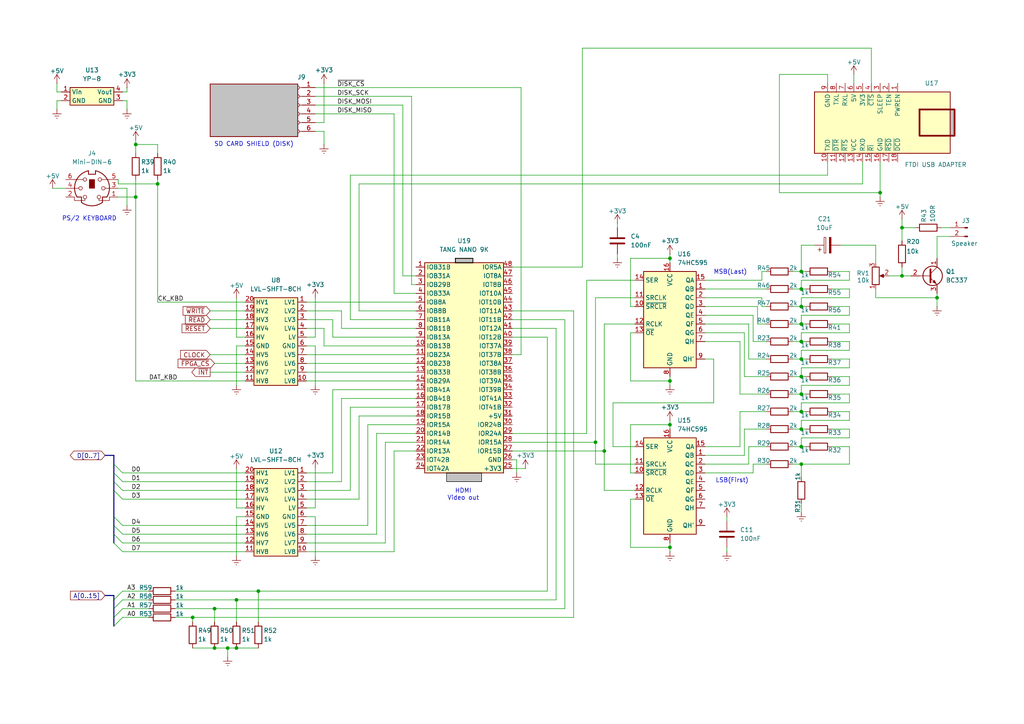
<source format=kicad_sch>
(kicad_sch (version 20250114) (generator "eeschema") (generator_version "9.0")
  (paper "A4")
  (title_block (title "Kraft 80 V2 by ARMCoder") (date "2025-09-02") (rev "2.0") (comment 1 "www.github.com/ARMCoderBR"))
  (rectangle (start 133.35 73.66) (end 133.35 73.66))
  (rectangle (start 60.96 24.384) (end 86.36 39.624) (stroke (width 0.25) (color 132 0 0 1)) (fill (type color) (color 194 194 194 1)))
  (text "LSB(First)\n" (at 212.344 139.446 0) (effects (font (size 1.27 1.27))))
  (text "MSB(Last)" (at 211.836 78.994 0) (effects (font (size 1.27 1.27))))
  (text "HDMI\nVideo out" (at 134.366 143.51 0) (effects (font (size 1.27 1.27))))
  (text "SD CARD SHIELD (DISK)" (at 73.66 41.91 0) (effects (font (size 1.27 1.27))))
  (text "PS/2 KEYBOARD" (at 25.908 63.5 0) (effects (font (size 1.27 1.27))))
  (junction (at 55.88 179.07))
  (junction (at 68.58 173.99))
  (junction (at 232.41 129.54))
  (junction (at 62.23 176.53))
  (junction (at 232.41 93.98))
  (junction (at 194.31 110.49))
  (junction (at 232.41 99.06))
  (junction (at 62.23 187.96))
  (junction (at 232.41 104.14))
  (junction (at 175.26 130.81))
  (junction (at 261.62 80.01))
  (junction (at 39.37 57.15))
  (junction (at 232.41 114.3))
  (junction (at 232.41 124.46))
  (junction (at 45.72 53.34))
  (junction (at 172.72 128.27))
  (junction (at 232.41 83.82))
  (junction (at 232.41 109.22))
  (junction (at 261.62 66.04))
  (junction (at 194.31 123.19))
  (junction (at 271.78 86.36))
  (junction (at 194.31 158.75))
  (junction (at 68.58 187.96))
  (junction (at 232.41 78.74))
  (junction (at 232.41 134.62))
  (junction (at 66.04 187.96))
  (junction (at 232.41 88.9))
  (junction (at 255.27 55.88))
  (junction (at 232.41 119.38))
  (junction (at 194.31 74.93))
  (junction (at 39.37 41.91))
  (junction (at 74.93 171.45))
  (bus_entry (at 35.56 176.53) (size -2.54 2.54))
  (bus_entry (at 33.02 152.4) (size 2.54 2.54))
  (bus_entry (at 35.56 173.99) (size -2.54 2.54))
  (bus_entry (at 35.56 171.45) (size -2.54 2.54))
  (bus_entry (at 35.56 179.07) (size -2.54 2.54))
  (bus_entry (at 33.02 154.94) (size 2.54 2.54))
  (bus_entry (at 33.02 134.62) (size 2.54 2.54))
  (bus_entry (at 33.02 149.86) (size 2.54 2.54))
  (bus_entry (at 33.02 139.7) (size 2.54 2.54))
  (bus_entry (at 33.02 137.16) (size 2.54 2.54))
  (bus_entry (at 33.02 157.48) (size 2.54 2.54))
  (bus_entry (at 33.02 142.24) (size 2.54 2.54))
  (wire (pts (xy 168.91 77.47) (xy 148.59 77.47)))
  (bus (pts (xy 33.02 154.94) (xy 33.02 152.4)))
  (wire (pts (xy 16.51 26.67) (xy 16.51 24.13)))
  (wire (pts (xy 114.3 160.02) (xy 114.3 130.81)))
  (wire (pts (xy 62.23 105.41) (xy 71.12 105.41)))
  (wire (pts (xy 246.38 109.22) (xy 246.38 111.76)))
  (wire (pts (xy 111.76 157.48) (xy 111.76 128.27)))
  (bus (pts (xy 33.02 149.86) (xy 33.02 142.24)))
  (wire (pts (xy 246.38 114.3) (xy 246.38 116.84)))
  (wire (pts (xy 229.87 93.98) (xy 232.41 93.98)))
  (wire (pts (xy 116.84 80.01) (xy 120.65 80.01)))
  (wire (pts (xy 34.29 52.07) (xy 34.29 53.34)))
  (bus (pts (xy 33.02 134.62) (xy 33.02 132.08)))
  (wire (pts (xy 182.88 96.52) (xy 182.88 110.49)))
  (wire (pts (xy 170.18 81.28) (xy 170.18 125.73)))
  (wire (pts (xy 106.68 152.4) (xy 106.68 123.19)))
  (wire (pts (xy 271.78 85.09) (xy 271.78 86.36)))
  (wire (pts (xy 218.44 134.62) (xy 222.25 134.62)))
  (wire (pts (xy 246.38 116.84) (xy 232.41 116.84)))
  (wire (pts (xy 99.06 95.25) (xy 120.65 95.25)))
  (wire (pts (xy 151.13 102.87) (xy 151.13 25.4)))
  (wire (pts (xy 17.78 26.67) (xy 16.51 26.67)))
  (wire (pts (xy 241.3 104.14) (xy 246.38 104.14)))
  (wire (pts (xy 184.15 86.36) (xy 172.72 86.36)))
  (wire (pts (xy 177.8 116.84) (xy 177.8 129.54)))
  (wire (pts (xy 246.38 124.46) (xy 246.38 127)))
  (wire (pts (xy 17.78 29.21) (xy 16.51 29.21)))
  (wire (pts (xy 35.56 142.24) (xy 71.12 142.24)))
  (wire (pts (xy 88.9 142.24) (xy 101.6 142.24)))
  (wire (pts (xy 194.31 74.93) (xy 194.31 73.66)))
  (wire (pts (xy 226.06 21.59) (xy 226.06 55.88)))
  (wire (pts (xy 35.56 157.48) (xy 71.12 157.48)))
  (wire (pts (xy 220.98 81.28) (xy 220.98 78.74)))
  (wire (pts (xy 232.41 86.36) (xy 232.41 88.9)))
  (wire (pts (xy 35.56 137.16) (xy 71.12 137.16)))
  (wire (pts (xy 229.87 114.3) (xy 232.41 114.3)))
  (wire (pts (xy 246.38 99.06) (xy 246.38 101.6)))
  (wire (pts (xy 240.03 46.99) (xy 240.03 50.8)))
  (wire (pts (xy 229.87 129.54) (xy 232.41 129.54)))
  (wire (pts (xy 233.68 83.82) (xy 232.41 83.82)))
  (wire (pts (xy 250.19 46.99) (xy 250.19 53.34)))
  (wire (pts (xy 104.14 90.17) (xy 120.65 90.17)))
  (wire (pts (xy 158.75 171.45) (xy 158.75 97.79)))
  (wire (pts (xy 254 71.12) (xy 243.84 71.12)))
  (wire (pts (xy 39.37 52.07) (xy 39.37 57.15)))
  (wire (pts (xy 148.59 133.35) (xy 149.86 133.35)))
  (wire (pts (xy 273.05 66.04) (xy 275.59 66.04)))
  (wire (pts (xy 204.47 137.16) (xy 218.44 137.16)))
  (wire (pts (xy 88.9 107.95) (xy 120.65 107.95)))
  (wire (pts (xy 104.14 53.34) (xy 250.19 53.34)))
  (wire (pts (xy 271.78 68.58) (xy 271.78 74.93)))
  (wire (pts (xy 182.88 158.75) (xy 194.31 158.75)))
  (wire (pts (xy 184.15 96.52) (xy 182.88 96.52)))
  (wire (pts (xy 229.87 88.9) (xy 232.41 88.9)))
  (wire (pts (xy 217.17 93.98) (xy 217.17 104.14)))
  (wire (pts (xy 179.07 73.66) (xy 179.07 74.93)))
  (wire (pts (xy 88.9 110.49) (xy 120.65 110.49)))
  (wire (pts (xy 204.47 134.62) (xy 217.17 134.62)))
  (bus (pts (xy 30.48 172.72) (xy 33.02 172.72)))
  (wire (pts (xy 204.47 88.9) (xy 219.71 88.9)))
  (wire (pts (xy 91.44 86.36) (xy 91.44 97.79)))
  (bus (pts (xy 33.02 179.07) (xy 33.02 176.53)))
  (wire (pts (xy 184.15 88.9) (xy 182.88 88.9)))
  (wire (pts (xy 220.98 86.36) (xy 220.98 88.9)))
  (wire (pts (xy 232.41 134.62) (xy 229.87 134.62)))
  (wire (pts (xy 233.68 104.14) (xy 232.41 104.14)))
  (wire (pts (xy 35.56 171.45) (xy 43.18 171.45)))
  (wire (pts (xy 35.56 152.4) (xy 71.12 152.4)))
  (wire (pts (xy 175.26 93.98) (xy 175.26 130.81)))
  (wire (pts (xy 74.93 171.45) (xy 158.75 171.45)))
  (wire (pts (xy 152.4 135.89) (xy 148.59 135.89)))
  (wire (pts (xy 261.62 63.5) (xy 261.62 66.04)))
  (wire (pts (xy 255.27 46.99) (xy 255.27 55.88)))
  (wire (pts (xy 91.44 135.89) (xy 91.44 147.32)))
  (wire (pts (xy 68.58 161.29) (xy 68.58 149.86)))
  (wire (pts (xy 241.3 78.74) (xy 246.38 78.74)))
  (wire (pts (xy 88.9 102.87) (xy 120.65 102.87)))
  (wire (pts (xy 88.9 157.48) (xy 111.76 157.48)))
  (wire (pts (xy 88.9 90.17) (xy 99.06 90.17)))
  (wire (pts (xy 91.44 149.86) (xy 88.9 149.86)))
  (wire (pts (xy 233.68 78.74) (xy 232.41 78.74)))
  (wire (pts (xy 148.59 128.27) (xy 172.72 128.27)))
  (wire (pts (xy 207.01 116.84) (xy 177.8 116.84)))
  (wire (pts (xy 184.15 137.16) (xy 182.88 137.16)))
  (wire (pts (xy 271.78 86.36) (xy 271.78 88.9)))
  (wire (pts (xy 39.37 110.49) (xy 39.37 57.15)))
  (wire (pts (xy 204.47 96.52) (xy 215.9 96.52)))
  (wire (pts (xy 220.98 78.74) (xy 222.25 78.74)))
  (wire (pts (xy 172.72 86.36) (xy 172.72 128.27)))
  (wire (pts (xy 229.87 99.06) (xy 232.41 99.06)))
  (bus (pts (xy 30.48 132.08) (xy 33.02 132.08)))
  (wire (pts (xy 232.41 138.43) (xy 232.41 134.62)))
  (wire (pts (xy 246.38 129.54) (xy 246.38 134.62)))
  (wire (pts (xy 45.72 52.07) (xy 45.72 53.34)))
  (wire (pts (xy 163.83 92.71) (xy 148.59 92.71)))
  (wire (pts (xy 219.71 93.98) (xy 222.25 93.98)))
  (wire (pts (xy 50.8 173.99) (xy 68.58 173.99)))
  (wire (pts (xy 35.56 176.53) (xy 43.18 176.53)))
  (wire (pts (xy 39.37 41.91) (xy 45.72 41.91)))
  (wire (pts (xy 120.65 92.71) (xy 101.6 92.71)))
  (wire (pts (xy 194.31 123.19) (xy 194.31 121.92)))
  (wire (pts (xy 88.9 137.16) (xy 96.52 137.16)))
  (wire (pts (xy 88.9 95.25) (xy 93.98 95.25)))
  (wire (pts (xy 226.06 55.88) (xy 255.27 55.88)))
  (wire (pts (xy 232.41 116.84) (xy 232.41 119.38)))
  (wire (pts (xy 232.41 81.28) (xy 232.41 83.82)))
  (wire (pts (xy 184.15 93.98) (xy 175.26 93.98)))
  (wire (pts (xy 232.41 146.05) (xy 232.41 148.59)))
  (wire (pts (xy 35.56 139.7) (xy 71.12 139.7)))
  (wire (pts (xy 194.31 76.2) (xy 194.31 74.93)))
  (wire (pts (xy 229.87 104.14) (xy 232.41 104.14)))
  (wire (pts (xy 217.17 134.62) (xy 217.17 129.54)))
  (wire (pts (xy 204.47 81.28) (xy 220.98 81.28)))
  (wire (pts (xy 204.47 83.82) (xy 222.25 83.82)))
  (wire (pts (xy 218.44 137.16) (xy 218.44 134.62)))
  (wire (pts (xy 232.41 93.98) (xy 233.68 93.98)))
  (wire (pts (xy 246.38 78.74) (xy 246.38 81.28)))
  (wire (pts (xy 254 86.36) (xy 254 83.82)))
  (wire (pts (xy 35.56 179.07) (xy 43.18 179.07)))
  (wire (pts (xy 179.07 64.77) (xy 179.07 66.04)))
  (wire (pts (xy 232.41 88.9) (xy 233.68 88.9)))
  (wire (pts (xy 218.44 99.06) (xy 222.25 99.06)))
  (wire (pts (xy 246.38 121.92) (xy 232.41 121.92)))
  (wire (pts (xy 241.3 114.3) (xy 246.38 114.3)))
  (wire (pts (xy 68.58 149.86) (xy 71.12 149.86)))
  (wire (pts (xy 194.31 110.49) (xy 194.31 111.76)))
  (wire (pts (xy 50.8 179.07) (xy 55.88 179.07)))
  (wire (pts (xy 163.83 176.53) (xy 163.83 92.71)))
  (wire (pts (xy 214.63 114.3) (xy 214.63 99.06)))
  (wire (pts (xy 246.38 88.9) (xy 246.38 91.44)))
  (wire (pts (xy 217.17 104.14) (xy 222.25 104.14)))
  (wire (pts (xy 255.27 55.88) (xy 255.27 57.15)))
  (wire (pts (xy 55.88 187.96) (xy 62.23 187.96)))
  (wire (pts (xy 91.44 97.79) (xy 88.9 97.79)))
  (wire (pts (xy 232.41 71.12) (xy 236.22 71.12)))
  (wire (pts (xy 232.41 111.76) (xy 232.41 114.3)))
  (wire (pts (xy 254 71.12) (xy 254 76.2)))
  (wire (pts (xy 68.58 135.89) (xy 68.58 147.32)))
  (bus (pts (xy 33.02 173.99) (xy 33.02 172.72)))
  (wire (pts (xy 91.44 111.76) (xy 91.44 100.33)))
  (wire (pts (xy 271.78 86.36) (xy 254 86.36)))
  (wire (pts (xy 39.37 110.49) (xy 71.12 110.49)))
  (wire (pts (xy 204.47 132.08) (xy 215.9 132.08)))
  (wire (pts (xy 60.96 92.71) (xy 71.12 92.71)))
  (wire (pts (xy 232.41 101.6) (xy 232.41 104.14)))
  (wire (pts (xy 60.96 107.95) (xy 71.12 107.95)))
  (wire (pts (xy 246.38 83.82) (xy 246.38 86.36)))
  (wire (pts (xy 241.3 99.06) (xy 246.38 99.06)))
  (wire (pts (xy 246.38 106.68) (xy 232.41 106.68)))
  (wire (pts (xy 232.41 129.54) (xy 233.68 129.54)))
  (wire (pts (xy 148.59 125.73) (xy 170.18 125.73)))
  (wire (pts (xy 158.75 97.79) (xy 148.59 97.79)))
  (bus (pts (xy 33.02 142.24) (xy 33.02 139.7)))
  (wire (pts (xy 68.58 111.76) (xy 68.58 100.33)))
  (wire (pts (xy 220.98 88.9) (xy 222.25 88.9)))
  (wire (pts (xy 210.82 149.86) (xy 210.82 151.13)))
  (wire (pts (xy 194.31 109.22) (xy 194.31 110.49)))
  (wire (pts (xy 62.23 176.53) (xy 62.23 180.34)))
  (wire (pts (xy 45.72 41.91) (xy 45.72 44.45)))
  (wire (pts (xy 114.3 85.09) (xy 120.65 85.09)))
  (wire (pts (xy 261.62 66.04) (xy 261.62 69.85)))
  (wire (pts (xy 88.9 139.7) (xy 99.06 139.7)))
  (wire (pts (xy 182.88 144.78) (xy 182.88 158.75)))
  (wire (pts (xy 96.52 137.16) (xy 96.52 113.03)))
  (wire (pts (xy 233.68 124.46) (xy 232.41 124.46)))
  (wire (pts (xy 88.9 87.63) (xy 120.65 87.63)))
  (wire (pts (xy 93.98 38.1) (xy 93.98 41.91)))
  (wire (pts (xy 215.9 96.52) (xy 215.9 109.22)))
  (wire (pts (xy 217.17 129.54) (xy 222.25 129.54)))
  (wire (pts (xy 93.98 38.1) (xy 91.44 38.1)))
  (wire (pts (xy 232.41 134.62) (xy 246.38 134.62)))
  (wire (pts (xy 88.9 152.4) (xy 106.68 152.4)))
  (wire (pts (xy 109.22 154.94) (xy 109.22 125.73)))
  (wire (pts (xy 91.44 25.4) (xy 151.13 25.4)))
  (wire (pts (xy 16.51 29.21) (xy 16.51 31.75)))
  (wire (pts (xy 246.38 96.52) (xy 232.41 96.52)))
  (wire (pts (xy 232.41 99.06) (xy 233.68 99.06)))
  (wire (pts (xy 204.47 129.54) (xy 214.63 129.54)))
  (wire (pts (xy 233.68 114.3) (xy 232.41 114.3)))
  (wire (pts (xy 50.8 176.53) (xy 62.23 176.53)))
  (wire (pts (xy 116.84 30.48) (xy 116.84 80.01)))
  (wire (pts (xy 204.47 99.06) (xy 214.63 99.06)))
  (wire (pts (xy 55.88 179.07) (xy 166.37 179.07)))
  (wire (pts (xy 232.41 91.44) (xy 232.41 93.98)))
  (wire (pts (xy 261.62 77.47) (xy 261.62 80.01)))
  (bus (pts (xy 33.02 152.4) (xy 33.02 149.86)))
  (wire (pts (xy 88.9 144.78) (xy 104.14 144.78)))
  (wire (pts (xy 210.82 158.75) (xy 210.82 160.02)))
  (wire (pts (xy 229.87 109.22) (xy 232.41 109.22)))
  (wire (pts (xy 241.3 109.22) (xy 246.38 109.22)))
  (wire (pts (xy 240.03 21.59) (xy 226.06 21.59)))
  (wire (pts (xy 62.23 176.53) (xy 163.83 176.53)))
  (wire (pts (xy 168.91 13.97) (xy 168.91 77.47)))
  (wire (pts (xy 214.63 129.54) (xy 214.63 119.38)))
  (wire (pts (xy 241.3 119.38) (xy 246.38 119.38)))
  (wire (pts (xy 204.47 91.44) (xy 218.44 91.44)))
  (wire (pts (xy 241.3 93.98) (xy 246.38 93.98)))
  (wire (pts (xy 68.58 147.32) (xy 71.12 147.32)))
  (wire (pts (xy 68.58 100.33) (xy 71.12 100.33)))
  (wire (pts (xy 182.88 110.49) (xy 194.31 110.49)))
  (wire (pts (xy 99.06 90.17) (xy 99.06 95.25)))
  (wire (pts (xy 232.41 127) (xy 232.41 129.54)))
  (wire (pts (xy 39.37 40.64) (xy 39.37 41.91)))
  (wire (pts (xy 229.87 119.38) (xy 232.41 119.38)))
  (wire (pts (xy 175.26 142.24) (xy 184.15 142.24)))
  (wire (pts (xy 60.96 102.87) (xy 71.12 102.87)))
  (wire (pts (xy 62.23 187.96) (xy 66.04 187.96)))
  (wire (pts (xy 114.3 130.81) (xy 120.65 130.81)))
  (wire (pts (xy 194.31 124.46) (xy 194.31 123.19)))
  (wire (pts (xy 148.59 102.87) (xy 151.13 102.87)))
  (wire (pts (xy 34.29 54.61) (xy 36.83 54.61)))
  (bus (pts (xy 33.02 157.48) (xy 33.02 154.94)))
  (wire (pts (xy 36.83 54.61) (xy 36.83 59.69)))
  (wire (pts (xy 241.3 129.54) (xy 246.38 129.54)))
  (wire (pts (xy 104.14 120.65) (xy 120.65 120.65)))
  (wire (pts (xy 91.44 35.56) (xy 93.98 35.56)))
  (wire (pts (xy 93.98 100.33) (xy 120.65 100.33)))
  (wire (pts (xy 218.44 91.44) (xy 218.44 99.06)))
  (wire (pts (xy 182.88 74.93) (xy 194.31 74.93)))
  (wire (pts (xy 215.9 124.46) (xy 222.25 124.46)))
  (wire (pts (xy 96.52 92.71) (xy 96.52 97.79)))
  (wire (pts (xy 246.38 81.28) (xy 232.41 81.28)))
  (wire (pts (xy 232.41 106.68) (xy 232.41 109.22)))
  (wire (pts (xy 172.72 128.27) (xy 172.72 134.62)))
  (wire (pts (xy 184.15 134.62) (xy 172.72 134.62)))
  (wire (pts (xy 214.63 119.38) (xy 222.25 119.38)))
  (wire (pts (xy 15.24 54.61) (xy 19.05 54.61)))
  (wire (pts (xy 93.98 24.13) (xy 93.98 35.56)))
  (wire (pts (xy 232.41 96.52) (xy 232.41 99.06)))
  (wire (pts (xy 91.44 30.48) (xy 116.84 30.48)))
  (wire (pts (xy 241.3 124.46) (xy 246.38 124.46)))
  (wire (pts (xy 246.38 101.6) (xy 232.41 101.6)))
  (wire (pts (xy 184.15 81.28) (xy 170.18 81.28)))
  (wire (pts (xy 246.38 104.14) (xy 246.38 106.68)))
  (wire (pts (xy 252.73 13.97) (xy 252.73 24.13)))
  (wire (pts (xy 66.04 187.96) (xy 68.58 187.96)))
  (wire (pts (xy 34.29 53.34) (xy 45.72 53.34)))
  (wire (pts (xy 88.9 105.41) (xy 120.65 105.41)))
  (wire (pts (xy 91.44 33.02) (xy 114.3 33.02)))
  (wire (pts (xy 204.47 86.36) (xy 220.98 86.36)))
  (wire (pts (xy 232.41 121.92) (xy 232.41 124.46)))
  (wire (pts (xy 111.76 128.27) (xy 120.65 128.27)))
  (wire (pts (xy 215.9 132.08) (xy 215.9 124.46)))
  (bus (pts (xy 33.02 179.07) (xy 33.02 181.61)))
  (wire (pts (xy 45.72 87.63) (xy 71.12 87.63)))
  (wire (pts (xy 35.56 154.94) (xy 71.12 154.94)))
  (wire (pts (xy 68.58 187.96) (xy 74.93 187.96)))
  (wire (pts (xy 233.68 109.22) (xy 232.41 109.22)))
  (wire (pts (xy 39.37 44.45) (xy 39.37 41.91)))
  (wire (pts (xy 161.29 173.99) (xy 161.29 95.25)))
  (wire (pts (xy 261.62 66.04) (xy 265.43 66.04)))
  (wire (pts (xy 88.9 92.71) (xy 96.52 92.71)))
  (wire (pts (xy 246.38 111.76) (xy 232.41 111.76)))
  (wire (pts (xy 96.52 113.03) (xy 120.65 113.03)))
  (wire (pts (xy 45.72 53.34) (xy 45.72 87.63)))
  (wire (pts (xy 91.44 147.32) (xy 88.9 147.32)))
  (wire (pts (xy 241.3 83.82) (xy 246.38 83.82)))
  (wire (pts (xy 232.41 71.12) (xy 232.41 78.74)))
  (wire (pts (xy 275.59 68.58) (xy 271.78 68.58)))
  (wire (pts (xy 68.58 173.99) (xy 68.58 180.34)))
  (wire (pts (xy 35.56 144.78) (xy 71.12 144.78)))
  (wire (pts (xy 68.58 173.99) (xy 161.29 173.99)))
  (wire (pts (xy 261.62 80.01) (xy 264.16 80.01)))
  (wire (pts (xy 194.31 160.02) (xy 194.31 158.75)))
  (wire (pts (xy 101.6 50.8) (xy 240.03 50.8)))
  (wire (pts (xy 35.56 26.67) (xy 36.83 26.67)))
  (wire (pts (xy 168.91 13.97) (xy 252.73 13.97)))
  (wire (pts (xy 55.88 179.07) (xy 55.88 180.34)))
  (wire (pts (xy 148.59 130.81) (xy 175.26 130.81)))
  (wire (pts (xy 229.87 78.74) (xy 232.41 78.74)))
  (wire (pts (xy 246.38 119.38) (xy 246.38 121.92)))
  (wire (pts (xy 35.56 29.21) (xy 36.83 29.21)))
  (wire (pts (xy 34.29 57.15) (xy 39.37 57.15)))
  (wire (pts (xy 246.38 86.36) (xy 232.41 86.36)))
  (wire (pts (xy 68.58 86.36) (xy 68.58 97.79)))
  (wire (pts (xy 182.88 123.19) (xy 194.31 123.19)))
  (wire (pts (xy 74.93 171.45) (xy 74.93 180.34)))
  (wire (pts (xy 149.86 133.35) (xy 149.86 137.16)))
  (wire (pts (xy 177.8 129.54) (xy 184.15 129.54)))
  (wire (pts (xy 99.06 115.57) (xy 120.65 115.57)))
  (wire (pts (xy 119.38 27.94) (xy 119.38 82.55)))
  (bus (pts (xy 33.02 139.7) (xy 33.02 137.16)))
  (wire (pts (xy 215.9 109.22) (xy 222.25 109.22)))
  (wire (pts (xy 35.56 160.02) (xy 71.12 160.02)))
  (wire (pts (xy 106.68 123.19) (xy 120.65 123.19)))
  (wire (pts (xy 66.04 187.96) (xy 66.04 190.5)))
  (bus (pts (xy 33.02 173.99) (xy 33.02 176.53)))
  (wire (pts (xy 93.98 95.25) (xy 93.98 100.33)))
  (bus (pts (xy 33.02 137.16) (xy 33.02 134.62)))
  (wire (pts (xy 50.8 171.45) (xy 74.93 171.45)))
  (wire (pts (xy 219.71 88.9) (xy 219.71 93.98)))
  (wire (pts (xy 194.31 157.48) (xy 194.31 158.75)))
  (wire (pts (xy 88.9 160.02) (xy 114.3 160.02)))
  (wire (pts (xy 229.87 83.82) (xy 232.41 83.82)))
  (wire (pts (xy 175.26 130.81) (xy 175.26 142.24)))
  (wire (pts (xy 222.25 114.3) (xy 214.63 114.3)))
  (wire (pts (xy 101.6 118.11) (xy 120.65 118.11)))
  (wire (pts (xy 204.47 93.98) (xy 217.17 93.98)))
  (wire (pts (xy 233.68 119.38) (xy 232.41 119.38)))
  (wire (pts (xy 60.96 90.17) (xy 71.12 90.17)))
  (wire (pts (xy 101.6 142.24) (xy 101.6 118.11)))
  (wire (pts (xy 109.22 125.73) (xy 120.65 125.73)))
  (wire (pts (xy 36.83 29.21) (xy 36.83 31.75)))
  (wire (pts (xy 68.58 97.79) (xy 71.12 97.79)))
  (wire (pts (xy 246.38 93.98) (xy 246.38 96.52)))
  (wire (pts (xy 91.44 27.94) (xy 119.38 27.94)))
  (wire (pts (xy 91.44 161.29) (xy 91.44 149.86)))
  (wire (pts (xy 101.6 50.8) (xy 101.6 92.71)))
  (wire (pts (xy 99.06 139.7) (xy 99.06 115.57)))
  (wire (pts (xy 91.44 100.33) (xy 88.9 100.33)))
  (wire (pts (xy 182.88 137.16) (xy 182.88 123.19)))
  (wire (pts (xy 240.03 24.13) (xy 240.03 21.59)))
  (wire (pts (xy 35.56 173.99) (xy 43.18 173.99)))
  (wire (pts (xy 36.83 26.67) (xy 36.83 25.4)))
  (wire (pts (xy 96.52 97.79) (xy 120.65 97.79)))
  (wire (pts (xy 257.81 80.01) (xy 261.62 80.01)))
  (wire (pts (xy 161.29 95.25) (xy 148.59 95.25)))
  (wire (pts (xy 166.37 90.17) (xy 148.59 90.17)))
  (wire (pts (xy 114.3 33.02) (xy 114.3 85.09)))
  (wire (pts (xy 182.88 144.78) (xy 184.15 144.78)))
  (wire (pts (xy 166.37 179.07) (xy 166.37 90.17)))
  (wire (pts (xy 246.38 127) (xy 232.41 127)))
  (wire (pts (xy 207.01 104.14) (xy 204.47 104.14)))
  (wire (pts (xy 182.88 88.9) (xy 182.88 74.93)))
  (wire (pts (xy 241.3 88.9) (xy 246.38 88.9)))
  (wire (pts (xy 119.38 82.55) (xy 120.65 82.55)))
  (wire (pts (xy 104.14 53.34) (xy 104.14 90.17)))
  (wire (pts (xy 60.96 95.25) (xy 71.12 95.25)))
  (wire (pts (xy 88.9 154.94) (xy 109.22 154.94)))
  (wire (pts (xy 104.14 144.78) (xy 104.14 120.65)))
  (wire (pts (xy 246.38 91.44) (xy 232.41 91.44)))
  (wire (pts (xy 229.87 124.46) (xy 232.41 124.46)))
  (wire (pts (xy 247.65 21.59) (xy 247.65 24.13)))
  (wire (pts (xy 207.01 116.84) (xy 207.01 104.14)))
  (label "D6" (at 38.1 157.48 0))
  (label "D0" (at 38.1 137.16 0))
  (label "A3" (at 36.83 171.45 0))
  (label "DISK_MISO" (at 97.79 33.02 0))
  (label "D1" (at 38.1 139.7 0))
  (label "D2" (at 38.1 142.24 0))
  (label "D3" (at 38.1 144.78 0))
  (label "D7" (at 38.1 160.02 0))
  (label "D4" (at 38.1 152.4 0))
  (label "A1" (at 39.37 176.53 180))
  (label "DISK_SCK" (at 97.79 27.94 0))
  (label "~{DISK_CS}" (at 97.79 25.4 0))
  (label "A0" (at 39.37 179.07 180))
  (label "CK_KBD" (at 45.72 87.63 0))
  (label "DISK_MOSI" (at 97.79 30.48 0))
  (label "DAT_KBD" (at 43.18 110.49 0))
  (label "A2" (at 39.37 173.99 180))
  (label "D5" (at 38.1 154.94 0))
  (global_label "~{RESET}" (shape input) (at 60.96 95.25 180) (property "Intersheetrefs" "${INTERSHEET_REFS}" (effects (hide yes))))
  (global_label "~{FPGA_CS}" (shape input) (at 62.23 105.41 180) (property "Intersheetrefs" "${INTERSHEET_REFS}" (effects (hide yes))))
  (global_label "D[0..7]" (shape bidirectional) (at 30.48 132.08 180) (property "Intersheetrefs" "${INTERSHEET_REFS}" (effects (hide yes))))
  (global_label "~{INT}" (shape output) (at 60.96 107.95 180) (property "Intersheetrefs" "${INTERSHEET_REFS}" (effects (hide yes))))
  (global_label "~{READ}" (shape input) (at 60.96 92.71 180) (property "Intersheetrefs" "${INTERSHEET_REFS}" (effects (hide yes))))
  (global_label "CLOCK" (shape input) (at 60.96 102.87 180) (property "Intersheetrefs" "${INTERSHEET_REFS}" (effects (hide yes))))
  (global_label "~{WRITE}" (shape input) (at 60.96 90.17 180) (property "Intersheetrefs" "${INTERSHEET_REFS}" (effects (hide yes))))
  (global_label "A[0..15]" (shape input) (at 30.48 172.72 180) (property "Intersheetrefs" "${INTERSHEET_REFS}" (effects (hide yes))))
  (symbol (lib_id "power:+5V") (at 68.58 135.89 0) (unit 1)
    (property "Reference" "#PWR0135" (effects (hide yes)))
    (property "Value" "+5V" (at 68.58 132.334 0))
    (property "Description" "Power symbol creates a global label with name \"+5V\"" (effects (hide yes)))
  )
  (symbol (lib_id "kraft80:LVL-SHFT-8CH") (at 85.09 133.35 0) (mirror y) (unit 1)
    (property "Reference" "U12" (at 80.01 130.81 0))
    (property "Value" "LVL-SHFT-8CH" (at 80.01 133.35 0))
  )
  (symbol (lib_id "Device:R") (at 226.06 119.38 90) (unit 1)
    (property "Reference" "R27" (at 221.488 118.364 90))
    (property "Value" "2k" (at 230.124 118.364 90))
    (property "Description" "Resistor" (effects (hide yes)))
  )
  (symbol (lib_id "Device:R") (at 237.49 99.06 270) (unit 1)
    (property "Reference" "R38" (at 242.062 100.076 90))
    (property "Value" "1k" (at 233.426 100.076 90))
    (property "Description" "Resistor" (effects (hide yes)))
  )
  (symbol (lib_id "power:GNDREF") (at 36.83 31.75 0) (unit 1)
    (property "Reference" "#PWR0131" (effects (hide yes)))
    (property "Value" "GNDREF" (effects (hide yes)))
    (property "Description" "Power symbol creates a global label with name \"GNDREF\" , reference supply ground" (effects (hide yes)))
  )
  (symbol (lib_id "Device:R") (at 226.06 114.3 90) (unit 1)
    (property "Reference" "R26" (at 221.488 113.284 90))
    (property "Value" "2k" (at 230.124 113.284 90))
    (property "Description" "Resistor" (effects (hide yes)))
  )
  (symbol (lib_id "Device:R_Potentiometer") (at 254 80.01 0) (mirror x) (unit 1)
    (property "Reference" "RV1" (at 252.222 79.248 0) (effects (justify right)))
    (property "Value" "10k" (at 252.222 81.28 0) (effects (justify right)))
    (property "Description" "Potentiometer" (effects (hide yes)))
  )
  (symbol (lib_id "power:+5V") (at 16.51 24.13 0) (unit 1)
    (property "Reference" "#PWR063" (effects (hide yes)))
    (property "Value" "+5V" (at 16.51 20.574 0))
    (property "Description" "Power symbol creates a global label with name \"+5V\"" (effects (hide yes)))
  )
  (symbol (lib_id "power:GNDREF") (at 271.78 88.9 0) (unit 1)
    (property "Reference" "#PWR0158" (effects (hide yes)))
    (property "Value" "GNDREF" (effects (hide yes)))
    (property "Description" "Power symbol creates a global label with name \"GNDREF\" , reference supply ground" (effects (hide yes)))
  )
  (symbol (lib_id "power:+3V3") (at 91.44 86.36 0) (mirror y) (unit 1)
    (property "Reference" "#PWR0141" (effects (hide yes)))
    (property "Value" "+3V3" (at 91.44 82.55 0))
    (property "Description" "Power symbol creates a global label with name \"+3V3\"" (effects (hide yes)))
  )
  (symbol (lib_id "Device:R") (at 226.06 104.14 90) (unit 1)
    (property "Reference" "R24" (at 221.488 103.124 90))
    (property "Value" "2k" (at 230.124 103.124 90))
    (property "Description" "Resistor" (effects (hide yes)))
  )
  (symbol (lib_id "Device:R") (at 237.49 119.38 270) (unit 1)
    (property "Reference" "R34" (at 242.062 120.396 90))
    (property "Value" "1k" (at 233.426 120.396 90))
    (property "Description" "Resistor" (effects (hide yes)))
  )
  (symbol (lib_id "power:GNDREF") (at 93.98 41.91 0) (unit 1)
    (property "Reference" "#PWR0104" (effects (hide yes)))
    (property "Value" "GNDREF" (effects (hide yes)))
    (property "Description" "Power symbol creates a global label with name \"GNDREF\" , reference supply ground" (effects (hide yes)))
  )
  (symbol (lib_id "Device:R") (at 226.06 99.06 90) (unit 1)
    (property "Reference" "R23" (at 221.488 98.044 90))
    (property "Value" "2k" (at 230.124 98.044 90))
    (property "Description" "Resistor" (effects (hide yes)))
  )
  (symbol (lib_id "Device:R") (at 237.49 93.98 270) (unit 1)
    (property "Reference" "R41" (at 242.062 94.996 90))
    (property "Value" "1k" (at 233.426 94.996 90))
    (property "Description" "Resistor" (effects (hide yes)))
  )
  (symbol (lib_id "Device:R") (at 39.37 48.26 0) (unit 1)
    (property "Reference" "R39" (at 40.894 46.99 0) (effects (justify left)))
    (property "Value" "1k" (at 40.894 49.53 0) (effects (justify left)))
    (property "Description" "Resistor" (effects (hide yes)))
  )
  (symbol (lib_id "Device:R") (at 226.06 88.9 90) (unit 1)
    (property "Reference" "R47" (at 221.488 87.884 90))
    (property "Value" "2k" (at 230.124 87.884 90))
    (property "Description" "Resistor" (effects (hide yes)))
  )
  (symbol (lib_id "power:+3V3") (at 91.44 135.89 0) (unit 1)
    (property "Reference" "#PWR0143" (effects (hide yes)))
    (property "Value" "+3V3" (at 91.44 132.08 0))
    (property "Description" "Power symbol creates a global label with name \"+3V3\"" (effects (hide yes)))
  )
  (symbol (lib_id "power:+5V") (at 39.37 40.64 0) (unit 1)
    (property "Reference" "#PWR0132" (effects (hide yes)))
    (property "Value" "+5V" (at 39.37 37.084 0))
    (property "Description" "Power symbol creates a global label with name \"+5V\"" (effects (hide yes)))
  )
  (symbol (lib_id "Device:R") (at 46.99 176.53 90) (unit 1)
    (property "Reference" "R57" (at 44.196 175.514 90) (effects (justify left)))
    (property "Value" "1k" (at 53.34 175.514 90) (effects (justify left)))
    (property "Description" "Resistor" (effects (hide yes)))
  )
  (symbol (lib_id "Device:R") (at 261.62 73.66 0) (unit 1)
    (property "Reference" "R20" (at 262.89 70.104 0) (effects (justify left)))
    (property "Value" "10k" (at 262.89 72.898 0) (effects (justify left)))
    (property "Description" "Resistor" (effects (hide yes)))
  )
  (symbol (lib_id "Device:R") (at 226.06 129.54 90) (unit 1)
    (property "Reference" "R29" (at 221.488 128.524 90))
    (property "Value" "2k" (at 230.124 128.524 90))
    (property "Description" "Resistor" (effects (hide yes)))
  )
  (symbol (lib_id "power:GNDREF") (at 68.58 161.29 0) (unit 1)
    (property "Reference" "#PWR0136" (effects (hide yes)))
    (property "Value" "GNDREF" (effects (hide yes)))
    (property "Description" "Power symbol creates a global label with name \"GNDREF\" , reference supply ground" (effects (hide yes)))
  )
  (symbol (lib_id "power:GNDREF") (at 210.82 160.02 0) (unit 1)
    (property "Reference" "#PWR0155" (effects (hide yes)))
    (property "Value" "GNDREF" (effects (hide yes)))
    (property "Description" "Power symbol creates a global label with name \"GNDREF\" , reference supply ground" (effects (hide yes)))
  )
  (symbol (lib_id "power:+5V") (at 179.07 64.77 0) (unit 1)
    (property "Reference" "#PWR0148" (effects (hide yes)))
    (property "Value" "+3V3" (at 179.07 61.214 0))
    (property "Description" "Power symbol creates a global label with name \"+5V\"" (effects (hide yes)))
  )
  (symbol (lib_id "power:+5V") (at 247.65 21.59 0) (unit 1)
    (property "Reference" "#PWR027" (effects (hide yes)))
    (property "Value" "+5V" (at 247.65 18.034 0))
    (property "Description" "Power symbol creates a global label with name \"+5V\"" (effects (hide yes)))
  )
  (symbol (lib_id "kraft80:TANG_NANO_9K") (at 134.62 106.68 0) (unit 1)
    (property "Reference" "U19" (at 134.62 69.85 0))
    (property "Value" "TANG NANO 9K" (at 134.62 72.39 0))
  )
  (symbol (lib_id "Device:C") (at 210.82 154.94 0) (unit 1)
    (property "Reference" "C11" (at 214.63 153.6699 0) (effects (justify left)))
    (property "Value" "100nF" (at 214.63 156.2099 0) (effects (justify left)))
    (property "Description" "Unpolarized capacitor" (effects (hide yes)))
  )
  (symbol (lib_id "Device:R") (at 68.58 184.15 0) (unit 1)
    (property "Reference" "R51" (at 70.104 182.88 0) (effects (justify left)))
    (property "Value" "1k" (at 70.104 185.42 0) (effects (justify left)))
    (property "Description" "Resistor" (effects (hide yes)))
  )
  (symbol (lib_id "Device:R") (at 237.49 129.54 270) (unit 1)
    (property "Reference" "R32" (at 242.062 130.556 90))
    (property "Value" "1k" (at 233.426 130.556 90))
    (property "Description" "Resistor" (effects (hide yes)))
  )
  (symbol (lib_id "Device:R") (at 46.99 171.45 90) (unit 1)
    (property "Reference" "R59" (at 44.196 170.434 90) (effects (justify left)))
    (property "Value" "1k" (at 53.34 170.434 90) (effects (justify left)))
    (property "Description" "Resistor" (effects (hide yes)))
  )
  (symbol (lib_id "power:GNDREF") (at 255.27 57.15 0) (unit 1)
    (property "Reference" "#PWR026" (effects (hide yes)))
    (property "Value" "GNDREF" (effects (hide yes)))
    (property "Description" "Power symbol creates a global label with name \"GNDREF\" , reference supply ground" (effects (hide yes)))
  )
  (symbol (lib_id "Device:R") (at 45.72 48.26 0) (unit 1)
    (property "Reference" "R40" (at 47.244 46.99 0) (effects (justify left)))
    (property "Value" "1k" (at 47.244 49.53 0) (effects (justify left)))
    (property "Description" "Resistor" (effects (hide yes)))
  )
  (symbol (lib_id "Device:R") (at 226.06 83.82 90) (unit 1)
    (property "Reference" "R46" (at 221.488 82.804 90))
    (property "Value" "2k" (at 230.124 82.804 90))
    (property "Description" "Resistor" (effects (hide yes)))
  )
  (symbol (lib_id "Device:R") (at 55.88 184.15 0) (unit 1)
    (property "Reference" "R49" (at 57.404 182.88 0) (effects (justify left)))
    (property "Value" "1k" (at 57.404 185.42 0) (effects (justify left)))
    (property "Description" "Resistor" (effects (hide yes)))
  )
  (symbol (lib_id "Device:R") (at 74.93 184.15 0) (unit 1)
    (property "Reference" "R52" (at 76.454 182.88 0) (effects (justify left)))
    (property "Value" "1k" (at 76.454 185.42 0) (effects (justify left)))
    (property "Description" "Resistor" (effects (hide yes)))
  )
  (symbol (lib_id "Device:R") (at 226.06 93.98 90) (unit 1)
    (property "Reference" "R48" (at 221.488 92.964 90))
    (property "Value" "2k" (at 230.124 92.964 90))
    (property "Description" "Resistor" (effects (hide yes)))
  )
  (symbol (lib_id "Device:R") (at 237.49 83.82 270) (unit 1)
    (property "Reference" "R55" (at 242.062 84.836 90))
    (property "Value" "1k" (at 233.426 84.836 90))
    (property "Description" "Resistor" (effects (hide yes)))
  )
  (symbol (lib_id "power:+5V") (at 15.24 54.61 0) (unit 1)
    (property "Reference" "#PWR062" (effects (hide yes)))
    (property "Value" "+5V" (at 15.24 51.054 0))
    (property "Description" "Power symbol creates a global label with name \"+5V\"" (effects (hide yes)))
  )
  (symbol (lib_id "Device:R") (at 62.23 184.15 0) (unit 1)
    (property "Reference" "R50" (at 63.754 182.88 0) (effects (justify left)))
    (property "Value" "1k" (at 63.754 185.42 0) (effects (justify left)))
    (property "Description" "Resistor" (effects (hide yes)))
  )
  (symbol (lib_id "Device:R") (at 269.24 66.04 90) (unit 1)
    (property "Reference" "R43" (at 267.97 64.516 0) (effects (justify left)))
    (property "Value" "100R" (at 270.51 64.516 0) (effects (justify left)))
    (property "Description" "Resistor" (effects (hide yes)))
  )
  (symbol (lib_id "Device:R") (at 226.06 78.74 90) (unit 1)
    (property "Reference" "R45" (at 221.488 77.724 90))
    (property "Value" "2k" (at 230.124 77.724 90))
    (property "Description" "Resistor" (effects (hide yes)))
  )
  (symbol (lib_id "power:+5V") (at 68.58 86.36 0) (unit 1)
    (property "Reference" "#PWR0133" (effects (hide yes)))
    (property "Value" "+5V" (at 68.58 82.804 0))
    (property "Description" "Power symbol creates a global label with name \"+5V\"" (effects (hide yes)))
  )
  (symbol (lib_id "Device:R") (at 232.41 142.24 180) (unit 1)
    (property "Reference" "R31" (at 231.394 146.812 90))
    (property "Value" "1k" (at 231.394 138.176 90))
    (property "Description" "Resistor" (effects (hide yes)))
  )
  (symbol (lib_id "Device:C_Polarized") (at 240.03 71.12 90) (unit 1)
    (property "Reference" "C21" (at 239.141 63.5 90))
    (property "Value" "10uF" (at 239.141 66.04 90))
    (property "Description" "Polarized capacitor" (effects (hide yes)))
  )
  (symbol (lib_id "Device:R") (at 46.99 173.99 90) (unit 1)
    (property "Reference" "R58" (at 44.196 172.974 90) (effects (justify left)))
    (property "Value" "1k" (at 53.34 172.974 90) (effects (justify left)))
    (property "Description" "Resistor" (effects (hide yes)))
  )
  (symbol (lib_id "power:GNDREF") (at 68.58 111.76 0) (mirror y) (unit 1)
    (property "Reference" "#PWR0134" (effects (hide yes)))
    (property "Value" "GNDREF" (effects (hide yes)))
    (property "Description" "Power symbol creates a global label with name \"GNDREF\" , reference supply ground" (effects (hide yes)))
  )
  (symbol (lib_id "Device:R") (at 237.49 104.14 270) (unit 1)
    (property "Reference" "R37" (at 242.062 105.156 90))
    (property "Value" "1k" (at 233.426 105.156 90))
    (property "Description" "Resistor" (effects (hide yes)))
  )
  (symbol (lib_id "kraft80:LVL-SHFT-8CH") (at 85.09 83.82 0) (mirror y) (unit 1)
    (property "Reference" "U8" (at 80.01 81.28 0))
    (property "Value" "LVL-SHFT-8CH" (at 80.01 83.82 0))
  )
  (symbol (lib_id "Connector:Mini-DIN-6") (at 26.67 54.61 0) (unit 1)
    (property "Reference" "J4" (at 26.6877 44.45 0))
    (property "Value" "Mini-DIN-6" (at 26.6877 46.99 0))
    (property "Datasheet" "http://service.powerdynamics.com/ec/Catalog17/Section%2011.pdf" (effects (hide yes)))
    (property "Description" "6-pin Mini-DIN connector" (effects (hide yes)))
  )
  (symbol (lib_id "Device:R") (at 237.49 109.22 270) (unit 1)
    (property "Reference" "R36" (at 242.062 110.236 90))
    (property "Value" "1k" (at 233.426 110.236 90))
    (property "Description" "Resistor" (effects (hide yes)))
  )
  (symbol (lib_id "Device:R") (at 237.49 114.3 270) (unit 1)
    (property "Reference" "R35" (at 242.062 115.316 90))
    (property "Value" "1k" (at 233.426 115.316 90))
    (property "Description" "Resistor" (effects (hide yes)))
  )
  (symbol (lib_id "power:+3V3") (at 93.98 24.13 0) (mirror y) (unit 1)
    (property "Reference" "#PWR0105" (effects (hide yes)))
    (property "Value" "+3V3" (at 93.98 20.32 0))
    (property "Description" "Power symbol creates a global label with name \"+3V3\"" (effects (hide yes)))
  )
  (symbol (lib_id "power:GNDREF") (at 91.44 111.76 0) (unit 1)
    (property "Reference" "#PWR0142" (effects (hide yes)))
    (property "Value" "GNDREF" (effects (hide yes)))
    (property "Description" "Power symbol creates a global label with name \"GNDREF\" , reference supply ground" (effects (hide yes)))
  )
  (symbol (lib_id "Device:R") (at 237.49 124.46 270) (unit 1)
    (property "Reference" "R33" (at 242.062 125.476 90))
    (property "Value" "1k" (at 233.426 125.476 90))
    (property "Description" "Resistor" (effects (hide yes)))
  )
  (symbol (lib_id "power:+5V") (at 210.82 149.86 0) (unit 1)
    (property "Reference" "#PWR0154" (effects (hide yes)))
    (property "Value" "+3V3" (at 210.82 146.304 0))
    (property "Description" "Power symbol creates a global label with name \"+5V\"" (effects (hide yes)))
  )
  (symbol (lib_id "Device:C") (at 179.07 69.85 0) (unit 1)
    (property "Reference" "C4" (at 182.88 68.5799 0) (effects (justify left)))
    (property "Value" "100nF" (at 182.88 71.1199 0) (effects (justify left)))
    (property "Description" "Unpolarized capacitor" (effects (hide yes)))
  )
  (symbol (lib_id "power:+3V3") (at 36.83 25.4 0) (unit 1)
    (property "Reference" "#PWR0130" (effects (hide yes)))
    (property "Value" "+3V3" (at 36.83 21.59 0))
    (property "Description" "Power symbol creates a global label with name \"+3V3\"" (effects (hide yes)))
  )
  (symbol (lib_id "Transistor_BJT:BC337") (at 269.24 80.01 0) (unit 1)
    (property "Reference" "Q1" (at 274.32 78.7399 0) (effects (justify left)))
    (property "Value" "BC337" (at 274.32 81.2799 0) (effects (justify left)))
    (property "Footprint" "Package_TO_SOT_THT:TO-92_Inline" (effects (hide yes)))
    (property "Datasheet" "https://diotec.com/tl_files/diotec/files/pdf/datasheets/bc337.pdf" (effects (hide yes)))
    (property "Description" "0.8A Ic, 45V Vce, NPN Transistor, TO-92" (effects (hide yes)))
  )
  (symbol (lib_id "Connector:Conn_01x02_Pin") (at 280.67 66.04 0) (mirror y) (unit 1)
    (property "Reference" "J3" (at 278.892 64.008 0) (effects (justify right)))
    (property "Value" "Speaker" (at 275.844 70.612 0) (effects (justify right)))
    (property "Description" "Generic connector, single row, 01x02, script generated" (effects (hide yes)))
  )
  (symbol (lib_id "Device:R") (at 237.49 88.9 270) (unit 1)
    (property "Reference" "R56" (at 242.062 89.916 90))
    (property "Value" "1k" (at 233.426 89.916 90))
    (property "Description" "Resistor" (effects (hide yes)))
  )
  (symbol (lib_id "kraft80:FTDI-ADAPTER") (at 255.27 35.56 180) (unit 1)
    (property "Reference" "U17" (at 268.224 24.13 0) (effects (justify right)))
    (property "Value" "FTDI USB ADAPTER" (at 262.382 47.752 0) (effects (justify right)))
  )
  (symbol (lib_id "power:+5V") (at 261.62 63.5 0) (unit 1)
    (property "Reference" "#PWR0157" (effects (hide yes)))
    (property "Value" "+5V" (at 261.62 59.944 0))
    (property "Description" "Power symbol creates a global label with name \"+5V\"" (effects (hide yes)))
  )
  (symbol (lib_id "power:GNDREF") (at 16.51 31.75 0) (unit 1)
    (property "Reference" "#PWR0128" (effects (hide yes)))
    (property "Value" "GNDREF" (effects (hide yes)))
    (property "Description" "Power symbol creates a global label with name \"GNDREF\" , reference supply ground" (effects (hide yes)))
  )
  (symbol (lib_id "Connector:Conn_01x06_Socket") (at 86.36 30.48 0) (mirror y) (unit 1)
    (property "Reference" "J9" (at 88.646 22.352 0) (effects (justify left)))
    (property "Value" "Conn_01x06_Socket" (effects (hide yes)))
    (property "Description" "Generic connector, single row, 01x06, script generated" (effects (hide yes)))
  )
  (symbol (lib_id "power:GNDREF") (at 66.04 190.5 0) (unit 1)
    (property "Reference" "#PWR0114" (effects (hide yes)))
    (property "Value" "GNDREF" (effects (hide yes)))
    (property "Description" "Power symbol creates a global label with name \"GNDREF\" , reference supply ground" (effects (hide yes)))
  )
  (symbol (lib_id "power:+3V3") (at 152.4 135.89 0) (mirror y) (unit 1)
    (property "Reference" "#PWR0147" (effects (hide yes)))
    (property "Value" "+3V3" (at 152.4 132.08 0))
    (property "Description" "Power symbol creates a global label with name \"+3V3\"" (effects (hide yes)))
  )
  (symbol (lib_id "power:GNDREF") (at 194.31 160.02 0) (unit 1)
    (property "Reference" "#PWR0153" (effects (hide yes)))
    (property "Value" "GNDREF" (effects (hide yes)))
    (property "Description" "Power symbol creates a global label with name \"GNDREF\" , reference supply ground" (effects (hide yes)))
  )
  (symbol (lib_id "power:+3V3") (at 194.31 73.66 0) (mirror y) (unit 1)
    (property "Reference" "#PWR0150" (effects (hide yes)))
    (property "Value" "+3V3" (at 194.31 69.85 0))
    (property "Description" "Power symbol creates a global label with name \"+3V3\"" (effects (hide yes)))
  )
  (symbol (lib_id "power:GNDREF") (at 194.31 111.76 0) (unit 1)
    (property "Reference" "#PWR0151" (effects (hide yes)))
    (property "Value" "GNDREF" (effects (hide yes)))
    (property "Description" "Power symbol creates a global label with name \"GNDREF\" , reference supply ground" (effects (hide yes)))
  )
  (symbol (lib_id "power:GNDREF") (at 232.41 148.59 0) (unit 1)
    (property "Reference" "#PWR0156" (effects (hide yes)))
    (property "Value" "GNDREF" (effects (hide yes)))
    (property "Description" "Power symbol creates a global label with name \"GNDREF\" , reference supply ground" (effects (hide yes)))
  )
  (symbol (lib_id "power:+3V3") (at 194.31 121.92 0) (mirror y) (unit 1)
    (property "Reference" "#PWR0152" (effects (hide yes)))
    (property "Value" "+3V3" (at 194.31 118.11 0))
    (property "Description" "Power symbol creates a global label with name \"+3V3\"" (effects (hide yes)))
  )
  (symbol (lib_id "power:GNDREF") (at 91.44 161.29 0) (unit 1)
    (property "Reference" "#PWR0144" (effects (hide yes)))
    (property "Value" "GNDREF" (effects (hide yes)))
    (property "Description" "Power symbol creates a global label with name \"GNDREF\" , reference supply ground" (effects (hide yes)))
  )
  (symbol (lib_id "Device:R") (at 46.99 179.07 90) (unit 1)
    (property "Reference" "R53" (at 44.196 178.054 90) (effects (justify left)))
    (property "Value" "1k" (at 53.34 178.054 90) (effects (justify left)))
    (property "Description" "Resistor" (effects (hide yes)))
  )
  (symbol (lib_id "Device:R") (at 226.06 109.22 90) (unit 1)
    (property "Reference" "R25" (at 221.488 108.204 90))
    (property "Value" "2k" (at 230.124 108.204 90))
    (property "Description" "Resistor" (effects (hide yes)))
  )
  (symbol (lib_id "74xx:74HC595") (at 194.31 91.44 0) (unit 1)
    (property "Reference" "U16" (at 196.4533 73.66 0) (effects (justify left)))
    (property "Value" "74HC595" (at 196.4533 76.2 0) (effects (justify left)))
    (property "Datasheet" "http://www.ti.com/lit/ds/symlink/sn74hc595.pdf" (effects (hide yes)))
    (property "Description" "8-bit serial in/out Shift Register 3-State Outputs" (effects (hide yes)))
  )
  (symbol (lib_id "Device:R") (at 226.06 124.46 90) (unit 1)
    (property "Reference" "R28" (at 221.488 123.444 90))
    (property "Value" "2k" (at 230.124 123.444 90))
    (property "Description" "Resistor" (effects (hide yes)))
  )
  (symbol (lib_id "Device:R") (at 237.49 78.74 270) (unit 1)
    (property "Reference" "R54" (at 242.062 79.756 90))
    (property "Value" "1k" (at 233.426 79.756 90))
    (property "Description" "Resistor" (effects (hide yes)))
  )
  (symbol (lib_id "74xx:74HC595") (at 194.31 139.7 0) (unit 1)
    (property "Reference" "U15" (at 196.4533 121.92 0) (effects (justify left)))
    (property "Value" "74HC595" (at 196.4533 124.46 0) (effects (justify left)))
    (property "Datasheet" "http://www.ti.com/lit/ds/symlink/sn74hc595.pdf" (effects (hide yes)))
    (property "Description" "8-bit serial in/out Shift Register 3-State Outputs" (effects (hide yes)))
  )
  (symbol (lib_id "Device:R") (at 226.06 134.62 90) (unit 1)
    (property "Reference" "R30" (at 221.488 133.604 90))
    (property "Value" "2k" (at 230.124 133.604 90))
    (property "Description" "Resistor" (effects (hide yes)))
  )
  (symbol (lib_id "power:GNDREF") (at 149.86 137.16 0) (unit 1)
    (property "Reference" "#PWR0146" (effects (hide yes)))
    (property "Value" "GNDREF" (effects (hide yes)))
    (property "Description" "Power symbol creates a global label with name \"GNDREF\" , reference supply ground" (effects (hide yes)))
  )
  (symbol (lib_id "kraft80:YP-8") (at 26.67 27.94 0) (unit 1)
    (property "Reference" "U13" (at 26.67 20.32 0))
    (property "Value" "YP-8" (at 26.67 22.86 0))
  )
  (symbol (lib_id "power:GNDREF") (at 36.83 59.69 0) (unit 1)
    (property "Reference" "#PWR0129" (effects (hide yes)))
    (property "Value" "GNDREF" (effects (hide yes)))
    (property "Description" "Power symbol creates a global label with name \"GNDREF\" , reference supply ground" (effects (hide yes)))
  )
  (symbol (lib_id "power:GNDREF") (at 179.07 74.93 0) (unit 1)
    (property "Reference" "#PWR0149" (effects (hide yes)))
    (property "Value" "GNDREF" (effects (hide yes)))
    (property "Description" "Power symbol creates a global label with name \"GNDREF\" , reference supply ground" (effects (hide yes)))
  )
)
</source>
